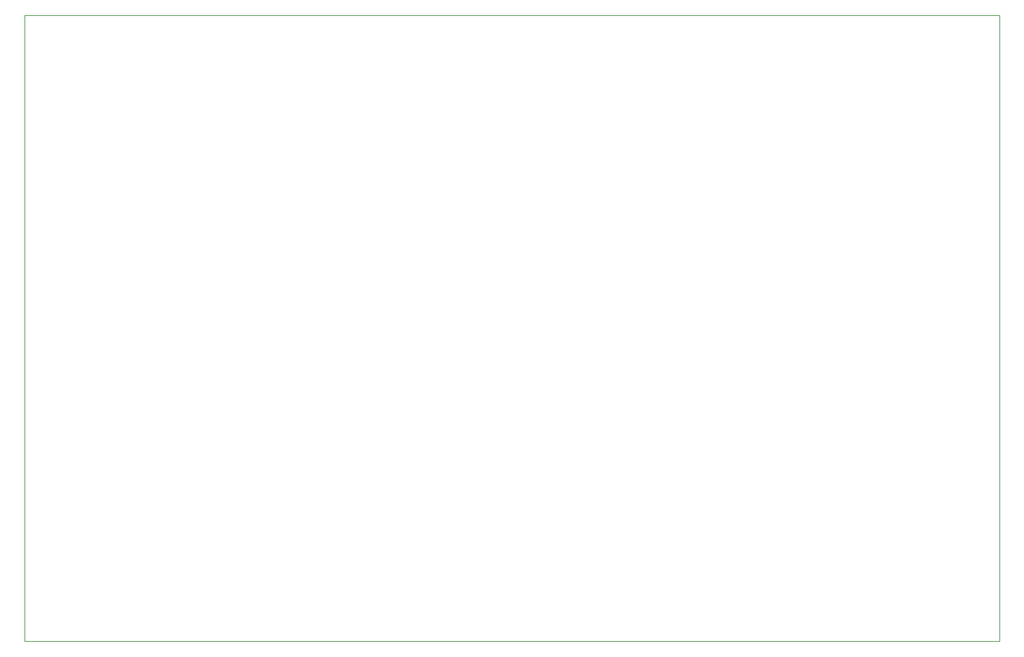
<source format=gbr>
%TF.GenerationSoftware,Altium Limited,Altium Designer,23.11.1 (41)*%
G04 Layer_Color=0*
%FSLAX45Y45*%
%MOMM*%
%TF.SameCoordinates,5324538C-4B84-4F37-AFBE-1FD82F1EBFC5*%
%TF.FilePolarity,Positive*%
%TF.FileFunction,Profile,NP*%
%TF.Part,Single*%
G01*
G75*
%TA.AperFunction,Profile*%
%ADD39C,0.02540*%
D39*
X0Y0D02*
X12446000D01*
Y8001000D01*
X0D01*
Y0D01*
%TF.MD5,0863553aa69afa9c978f4847e74ec40f*%
M02*

</source>
